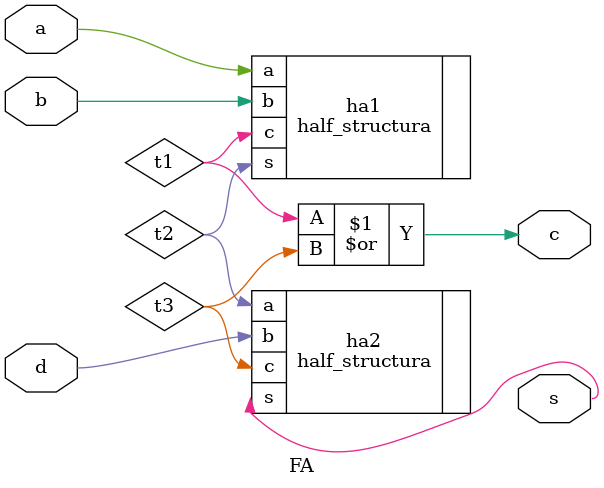
<source format=v>
`timescale 1ns / 1ps
module FA(
    input a, b, d,
    output c, s
);
    wire t1, t2, t3;

    half_structura ha1(
        .a(a),
        .b(b),
        .c(t1),  
        .s(t2)   
    );
    half_structura  ha2(
        .a(t2),  
        .b(d),
        .c(t3),  
        .s(s)    
    );
  or o1 (c,t1,t3);

endmodule
</source>
